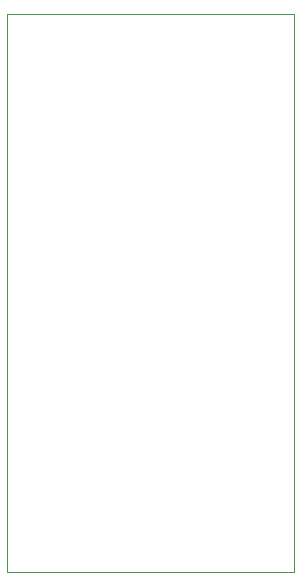
<source format=gbr>
%TF.GenerationSoftware,KiCad,Pcbnew,8.0.8*%
%TF.CreationDate,2025-02-27T00:19:43-08:00*%
%TF.ProjectId,Lab3v3,4c616233-7633-42e6-9b69-6361645f7063,V1*%
%TF.SameCoordinates,Original*%
%TF.FileFunction,Profile,NP*%
%FSLAX46Y46*%
G04 Gerber Fmt 4.6, Leading zero omitted, Abs format (unit mm)*
G04 Created by KiCad (PCBNEW 8.0.8) date 2025-02-27 00:19:43*
%MOMM*%
%LPD*%
G01*
G04 APERTURE LIST*
%TA.AperFunction,Profile*%
%ADD10C,0.050000*%
%TD*%
G04 APERTURE END LIST*
D10*
X146000000Y-74500000D02*
X170250000Y-74500000D01*
X170250000Y-121750000D01*
X146000000Y-121750000D01*
X146000000Y-74500000D01*
M02*

</source>
